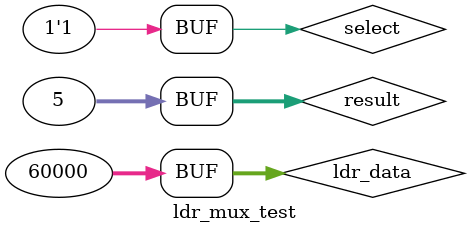
<source format=v>

module ldr_mux_test;
    //Inputs
    reg select;
    reg [31:0] ldr_data, result;


    //Outputs
     wire [31:0] out_load_data;

    initial
    begin

        #5 select = 0; ldr_data = 32'd60000; result = 32'd5;
        #5 select = 1; ldr_data = 32'd60000; result = 32'd5;
    end

    initial
    begin
        $monitor($time, " select = %b, out_load_data %b", select, out_load_data);
    end


    ldr_mux test(select, ldr_data, result, out_load_data);
endmodule
</source>
